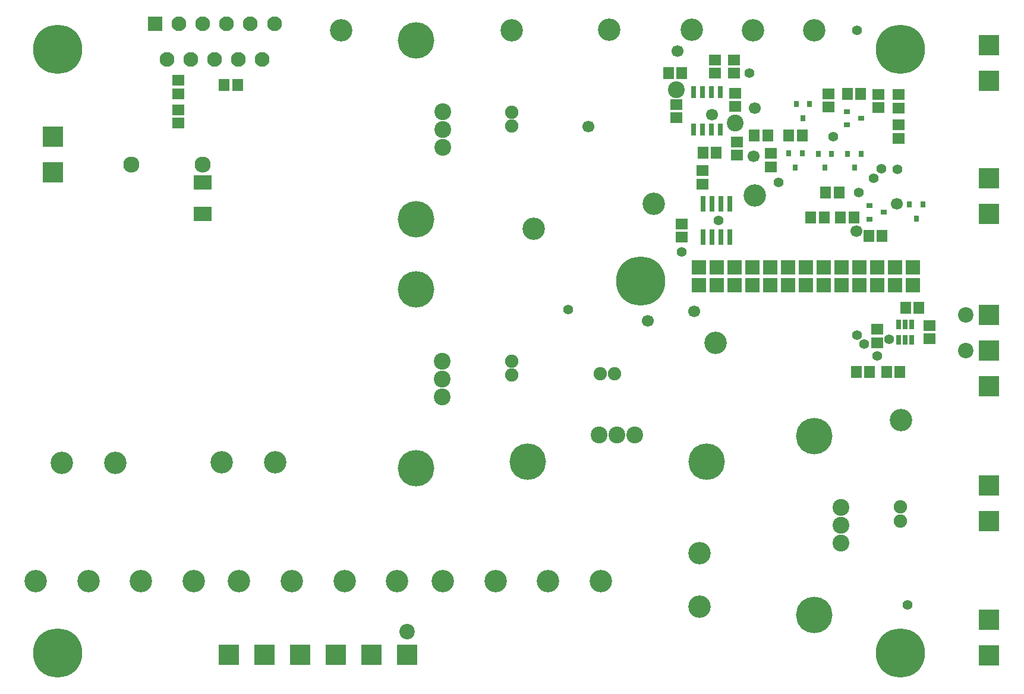
<source format=gbr>
%FSLAX33Y33*%
%MOMM*%
G04 EasyPC Gerber Version 17.0 Build 3379 *
%ADD25R,0.70800X1.36840*%
%ADD75R,0.75880X1.80020*%
%ADD27R,0.75880X2.18120*%
%ADD28R,0.80000X0.90000*%
%ADD29R,1.49540X1.72400*%
%ADD24R,2.00000X2.00000*%
%ADD73R,2.10000X2.10000*%
%ADD71R,3.00000X3.00000*%
%ADD17C,1.40000*%
%ADD78C,1.70000*%
%ADD23C,1.90000*%
%ADD74C,2.10000*%
%ADD20C,2.20000*%
%ADD77C,2.30000*%
%ADD19C,2.40000*%
%ADD21C,2.40000*%
%ADD70C,3.20000*%
%ADD22C,5.20000*%
%ADD18C,7.00000*%
%ADD72R,0.90000X0.80000*%
%ADD26R,1.72400X1.49540*%
%ADD76R,2.50000X2.00000*%
X0Y0D02*
D02*
D17*
X79794Y56849D03*
X95914Y65039D03*
X101151Y69514D03*
X105539Y90489D03*
X109689Y74939D03*
X117539Y81489D03*
X120889Y53214D03*
Y96589D03*
X121139Y73464D03*
X121939Y51889D03*
X123239Y75564D03*
X123789Y50189D03*
X124389Y76839D03*
X125514Y52539D03*
X126689Y76789D03*
X128139Y14714D03*
D02*
D18*
X7064Y7889D03*
Y93889D03*
X90064Y60889D03*
X127064Y7889D03*
Y93889D03*
D02*
D19*
X95189Y88114D03*
X103539Y83389D03*
D02*
D70*
X3888Y18146D03*
X7614Y34989D03*
X11389Y18146D03*
X15234Y34989D03*
X18889Y18146D03*
X26389D03*
X30414Y35089D03*
X32889Y18146D03*
X38034Y35089D03*
X40389Y18146D03*
X47439Y96589D03*
X47889Y18146D03*
X55389D03*
X61889D03*
X69389D03*
X71739Y96597D03*
X74839Y68339D03*
X76889Y18146D03*
X84389D03*
X85614Y96689D03*
X91939Y71889D03*
X97389Y96663D03*
X98439Y14489D03*
Y22109D03*
X100789Y52114D03*
X106089Y96614D03*
X106339Y73089D03*
X114789Y96614D03*
X127139Y41064D03*
D02*
D71*
X6389Y76384D03*
Y81464D03*
X31414Y7614D03*
X36493D03*
X41574D03*
X46654D03*
X51734D03*
X56814D03*
X139712Y26709D03*
Y31789D03*
Y45929D03*
Y51009D03*
Y56089D03*
Y70409D03*
Y75489D03*
X139739Y7509D03*
Y12589D03*
Y89409D03*
Y94489D03*
D02*
D20*
X56814Y10959D03*
X136362Y51009D03*
X136367Y56089D03*
D02*
D21*
X61839Y44399D03*
Y46939D03*
Y49479D03*
X61864Y79899D03*
Y82439D03*
Y84979D03*
X84198Y38914D03*
X86739D03*
X89279D03*
X118639Y23524D03*
Y26064D03*
Y28604D03*
D02*
D22*
X58049Y34189D03*
Y59689D03*
X58074Y69689D03*
Y95189D03*
X73989Y35124D03*
X99489D03*
X114849Y13314D03*
Y38814D03*
D02*
D23*
X71689Y47489D03*
Y49489D03*
X71739Y82964D03*
Y84964D03*
X84339Y47689D03*
X86339D03*
X127093Y26689D03*
Y28689D03*
D02*
D24*
X98359Y60249D03*
Y62789D03*
X100899Y60249D03*
Y62789D03*
X103439Y60249D03*
Y62789D03*
X105978Y60249D03*
Y62789D03*
X108518Y60249D03*
Y62789D03*
X111059Y60249D03*
Y62789D03*
X113599Y60249D03*
Y62789D03*
X116139Y60249D03*
Y62789D03*
X118679Y60249D03*
Y62789D03*
X121218Y60249D03*
Y62789D03*
X123759Y60249D03*
Y62789D03*
X126299Y60249D03*
Y62789D03*
X128839Y60249D03*
Y62789D03*
D02*
D25*
X126789Y52522D03*
Y54656D03*
X127739Y52522D03*
Y54656D03*
X128689Y52522D03*
Y54656D03*
D02*
D26*
X24214Y83387D03*
Y85292D03*
Y87587D03*
Y89492D03*
X95189Y84137D03*
Y86042D03*
X95889Y67137D03*
Y69042D03*
X98926Y74699D03*
Y76604D03*
X100689Y90487D03*
Y92392D03*
X103389Y90474D03*
Y92379D03*
X103539Y85737D03*
Y87642D03*
X103801Y78824D03*
Y80729D03*
X108639Y77137D03*
Y79042D03*
X116814Y85662D03*
Y87567D03*
X123764Y52087D03*
Y53992D03*
X123989Y85587D03*
Y87492D03*
X126839Y81237D03*
Y83142D03*
Y85537D03*
Y87442D03*
X131239Y52637D03*
Y54542D03*
D02*
D27*
X98933Y67127D03*
Y71851D03*
X100204Y67127D03*
Y71851D03*
X101474Y67127D03*
Y71851D03*
X102743Y67127D03*
Y71851D03*
D02*
D28*
X111189Y79089D03*
X112139Y77089D03*
X112239Y86089D03*
X113089Y79089D03*
X113189Y84089D03*
X114139Y86089D03*
X115389Y79014D03*
X116339Y77014D03*
X117289Y79014D03*
X119589D03*
X120539Y77014D03*
X121489Y79014D03*
X128389Y71789D03*
X129339Y69789D03*
X130289Y71789D03*
D02*
D29*
X30761Y88839D03*
X32666D03*
X94061Y90489D03*
X95966D03*
X98948Y79177D03*
X100854D03*
X106286Y81589D03*
X108191D03*
X111186D03*
X113091D03*
X114336Y69964D03*
X116241D03*
X116436Y73464D03*
X118341D03*
X118536Y69964D03*
X119536Y87589D03*
X120441Y69964D03*
X120811Y47939D03*
X121441Y87589D03*
X122586Y67289D03*
X122716Y47939D03*
X124491Y67289D03*
X125136Y47939D03*
X127041D03*
X127836Y57089D03*
X129741D03*
D02*
D72*
X119489Y83139D03*
Y85039D03*
X121489Y84089D03*
X122689Y69714D03*
Y71614D03*
X124689Y70664D03*
D02*
D73*
X20870Y97522D03*
D02*
D74*
X22572Y92442D03*
X24274Y97522D03*
X25976Y92442D03*
X27678Y97522D03*
X29380Y92442D03*
X31081Y97522D03*
X32783Y92442D03*
X34485Y97522D03*
X36187Y92442D03*
X37889Y97522D03*
D02*
D75*
X97659Y82485D03*
Y87793D03*
X98929Y82485D03*
Y87793D03*
X100198Y82485D03*
Y87793D03*
X101469Y82485D03*
Y87793D03*
D02*
D76*
X27714Y70439D03*
Y74939D03*
D02*
D77*
X17489Y77464D03*
X27649D03*
D02*
D78*
X82611Y82892D03*
X91068Y55224D03*
X95314Y93614D03*
X97689Y56564D03*
X100214Y84564D03*
X106139Y78689D03*
X106339Y85489D03*
X120805Y67980D03*
X126614Y71864D03*
X0Y0D02*
M02*

</source>
